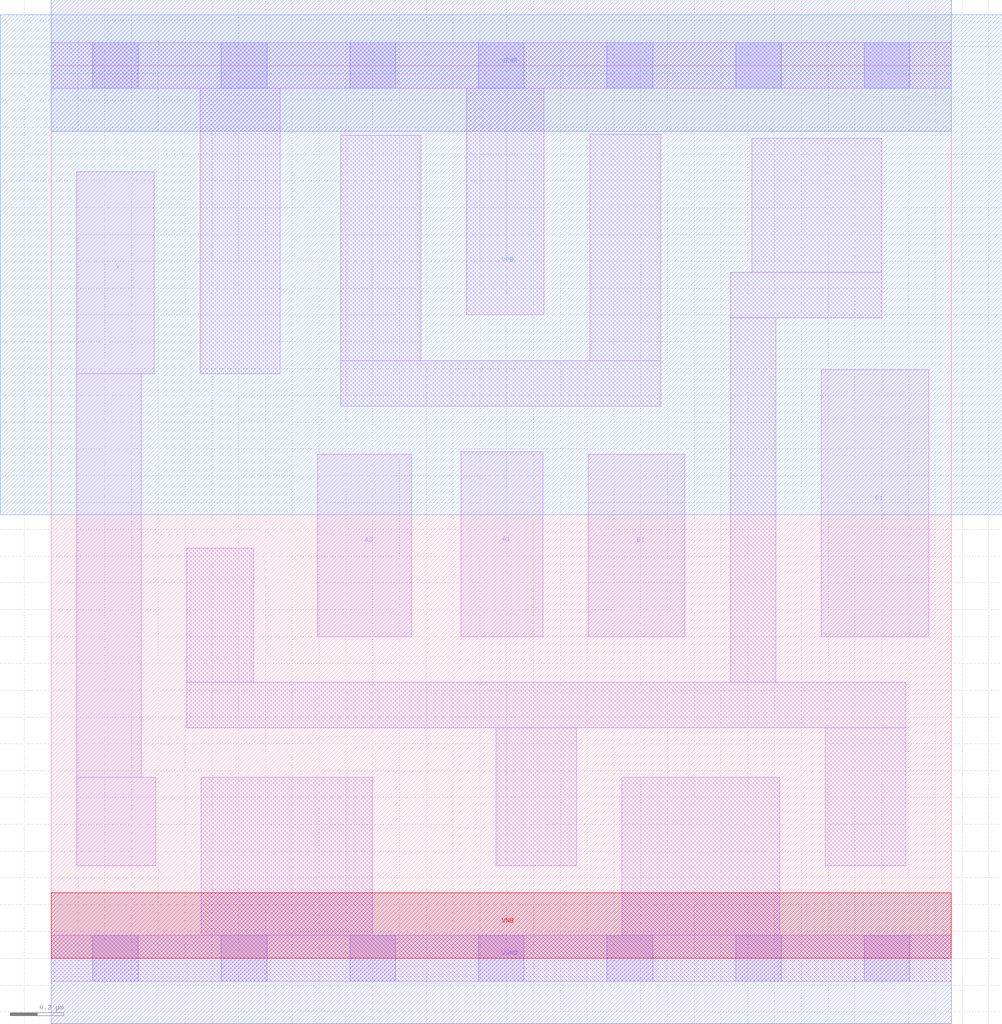
<source format=lef>
# Copyright 2020 The SkyWater PDK Authors
#
# Licensed under the Apache License, Version 2.0 (the "License");
# you may not use this file except in compliance with the License.
# You may obtain a copy of the License at
#
#     https://www.apache.org/licenses/LICENSE-2.0
#
# Unless required by applicable law or agreed to in writing, software
# distributed under the License is distributed on an "AS IS" BASIS,
# WITHOUT WARRANTIES OR CONDITIONS OF ANY KIND, either express or implied.
# See the License for the specific language governing permissions and
# limitations under the License.
#
# SPDX-License-Identifier: Apache-2.0

VERSION 5.7 ;
  NOWIREEXTENSIONATPIN ON ;
  DIVIDERCHAR "/" ;
  BUSBITCHARS "[]" ;
MACRO sky130_fd_sc_lp__a211o_0
  CLASS CORE ;
  FOREIGN sky130_fd_sc_lp__a211o_0 ;
  ORIGIN  0.000000  0.000000 ;
  SIZE  3.360000 BY  3.330000 ;
  SYMMETRY X Y R90 ;
  SITE unit ;
  PIN A1
    ANTENNAGATEAREA  0.159000 ;
    DIRECTION INPUT ;
    USE SIGNAL ;
    PORT
      LAYER li1 ;
        RECT 1.530000 1.200000 1.835000 1.890000 ;
    END
  END A1
  PIN A2
    ANTENNAGATEAREA  0.159000 ;
    DIRECTION INPUT ;
    USE SIGNAL ;
    PORT
      LAYER li1 ;
        RECT 0.995000 1.200000 1.345000 1.880000 ;
    END
  END A2
  PIN B1
    ANTENNAGATEAREA  0.159000 ;
    DIRECTION INPUT ;
    USE SIGNAL ;
    PORT
      LAYER li1 ;
        RECT 2.005000 1.200000 2.365000 1.880000 ;
    END
  END B1
  PIN C1
    ANTENNAGATEAREA  0.159000 ;
    DIRECTION INPUT ;
    USE SIGNAL ;
    PORT
      LAYER li1 ;
        RECT 2.875000 1.200000 3.275000 2.195000 ;
    END
  END C1
  PIN X
    ANTENNADIFFAREA  0.280900 ;
    DIRECTION OUTPUT ;
    USE SIGNAL ;
    PORT
      LAYER li1 ;
        RECT 0.095000 0.345000 0.390000 0.675000 ;
        RECT 0.095000 0.675000 0.335000 2.180000 ;
        RECT 0.095000 2.180000 0.385000 2.935000 ;
    END
  END X
  PIN VGND
    DIRECTION INOUT ;
    USE GROUND ;
    PORT
      LAYER met1 ;
        RECT 0.000000 -0.245000 3.360000 0.245000 ;
    END
  END VGND
  PIN VNB
    DIRECTION INOUT ;
    USE GROUND ;
    PORT
      LAYER pwell ;
        RECT 0.000000 0.000000 3.360000 0.245000 ;
    END
  END VNB
  PIN VPB
    DIRECTION INOUT ;
    USE POWER ;
    PORT
      LAYER nwell ;
        RECT -0.190000 1.655000 3.550000 3.520000 ;
    END
  END VPB
  PIN VPWR
    DIRECTION INOUT ;
    USE POWER ;
    PORT
      LAYER met1 ;
        RECT 0.000000 3.085000 3.360000 3.575000 ;
    END
  END VPWR
  OBS
    LAYER li1 ;
      RECT 0.000000 -0.085000 3.360000 0.085000 ;
      RECT 0.000000  3.245000 3.360000 3.415000 ;
      RECT 0.505000  0.860000 3.190000 1.030000 ;
      RECT 0.505000  1.030000 0.755000 1.530000 ;
      RECT 0.555000  2.180000 0.855000 3.245000 ;
      RECT 0.560000  0.085000 1.200000 0.675000 ;
      RECT 1.080000  2.060000 2.275000 2.230000 ;
      RECT 1.080000  2.230000 1.380000 3.070000 ;
      RECT 1.550000  2.400000 1.840000 3.245000 ;
      RECT 1.660000  0.345000 1.960000 0.860000 ;
      RECT 2.010000  2.230000 2.275000 3.075000 ;
      RECT 2.130000  0.085000 2.720000 0.675000 ;
      RECT 2.535000  1.030000 2.705000 2.390000 ;
      RECT 2.535000  2.390000 3.100000 2.560000 ;
      RECT 2.615000  2.560000 3.100000 3.060000 ;
      RECT 2.890000  0.345000 3.190000 0.860000 ;
    LAYER mcon ;
      RECT 0.155000 -0.085000 0.325000 0.085000 ;
      RECT 0.155000  3.245000 0.325000 3.415000 ;
      RECT 0.635000 -0.085000 0.805000 0.085000 ;
      RECT 0.635000  3.245000 0.805000 3.415000 ;
      RECT 1.115000 -0.085000 1.285000 0.085000 ;
      RECT 1.115000  3.245000 1.285000 3.415000 ;
      RECT 1.595000 -0.085000 1.765000 0.085000 ;
      RECT 1.595000  3.245000 1.765000 3.415000 ;
      RECT 2.075000 -0.085000 2.245000 0.085000 ;
      RECT 2.075000  3.245000 2.245000 3.415000 ;
      RECT 2.555000 -0.085000 2.725000 0.085000 ;
      RECT 2.555000  3.245000 2.725000 3.415000 ;
      RECT 3.035000 -0.085000 3.205000 0.085000 ;
      RECT 3.035000  3.245000 3.205000 3.415000 ;
  END
END sky130_fd_sc_lp__a211o_0
END LIBRARY

</source>
